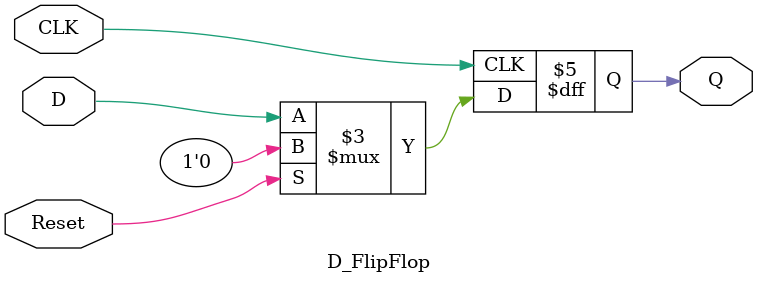
<source format=v>
`timescale 1ns / 1ps

module D_FlipFlop (
	output Q,
	input D, CLK, Reset);
	
	reg Q;
	wire D, CLK, Reset;
	
	// Always take a sample at the posedge edge of the clip
	// This provides the "edge triggered" characteristic of
	// the Flip Flop
	always @ (posedge CLK) begin
		if (Reset) begin	// If reset is active, set the output to zero
			Q = 1'b0;
		end
		else begin	// Else if reset is inactive, trigger the correct output
			Q = D;
		end
	end
	
	
endmodule
</source>
